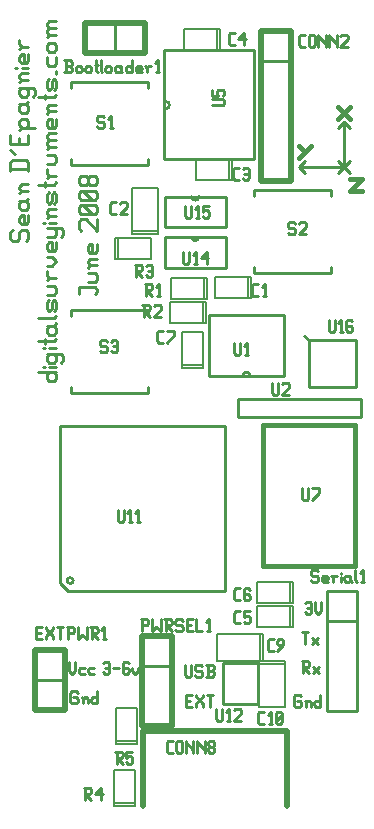
<source format=gbr>
G04 start of page 7 for group -4079 idx -4079
G04 Title: (unknown), topsilk *
G04 Creator: pcb 20080202 *
G04 CreationDate: Fri Jun  6 05:00:44 2008 UTC *
G04 For: sean *
G04 Format: Gerber/RS-274X *
G04 PCB-Dimensions: 130000 290000 *
G04 PCB-Coordinate-Origin: lower left *
%MOIN*%
%FSLAX24Y24*%
%LNFRONTSILK*%
%ADD11C,0.0100*%
%ADD13C,0.0200*%
%ADD27C,0.0150*%
%ADD48C,0.0080*%
%ADD49C,0.0158*%
G54D27*X10500Y24200D02*X10300Y24400D01*
G54D11*Y23700D02*X10500Y23900D01*
X10300Y23700D02*X10500Y23500D01*
X11800Y23700D02*X10300D01*
G54D27*Y24000D02*X10700Y24400D01*
X11600Y25300D02*X12000Y25700D01*
X11600D02*X12000Y25300D01*
G54D11*X11800Y25200D02*X11600Y25000D01*
X11800Y25200D02*X12000Y25000D01*
G54D27*Y23300D02*X12400D01*
X12000Y22900D02*X12400D01*
Y23300D02*X12000Y22900D01*
G54D11*X11600Y23900D02*X12000Y23500D01*
X11600D02*X12000Y23900D01*
X11800Y23700D02*Y25200D01*
X2880Y6230D02*X2930Y6180D01*
X2730Y6230D02*X2880D01*
X2680Y6180D02*X2730Y6230D01*
X2680Y6180D02*Y5880D01*
X2730Y5830D01*
X2880D01*
X2930Y5880D01*
Y5980D02*Y5880D01*
X2880Y6030D02*X2930Y5980D01*
X2780Y6030D02*X2880D01*
X3100Y5980D02*Y5830D01*
Y5980D02*X3150Y6030D01*
X3200D01*
X3250Y5980D01*
Y5830D01*
X3050Y6030D02*X3100Y5980D01*
X3570Y6230D02*Y5830D01*
X3520D02*X3570Y5880D01*
X3420Y5830D02*X3520D01*
X3370Y5880D02*X3420Y5830D01*
X3370Y5980D02*Y5880D01*
Y5980D02*X3420Y6030D01*
X3520D01*
X3570Y5980D01*
X6510Y7110D02*Y6760D01*
X6560Y6710D01*
X6660D01*
X6710Y6760D01*
Y7110D02*Y6760D01*
X7030Y7110D02*X7080Y7060D01*
X6880Y7110D02*X7030D01*
X6830Y7060D02*X6880Y7110D01*
X6830Y7060D02*Y6960D01*
X6880Y6910D01*
X7030D01*
X7080Y6860D01*
Y6760D01*
X7030Y6710D02*X7080Y6760D01*
X6880Y6710D02*X7030D01*
X6830Y6760D02*X6880Y6710D01*
X7200D02*X7400D01*
X7450Y6760D01*
Y6860D02*Y6760D01*
X7400Y6910D02*X7450Y6860D01*
X7250Y6910D02*X7400D01*
X7250Y7110D02*Y6710D01*
X7200Y7110D02*X7400D01*
X7450Y7060D01*
Y6960D01*
X7400Y6910D02*X7450Y6960D01*
X6530Y5900D02*X6680D01*
X6530Y5700D02*X6730D01*
X6530Y6100D02*Y5700D01*
Y6100D02*X6730D01*
X6850D02*Y6050D01*
X7100Y5800D01*
Y5700D01*
X6850Y5800D02*Y5700D01*
Y5800D02*X7100Y6050D01*
Y6100D02*Y6050D01*
X7220Y6100D02*X7420D01*
X7320D02*Y5700D01*
X2640Y7210D02*Y6910D01*
X2740Y6810D01*
X2840Y6910D01*
Y7210D02*Y6910D01*
X3010Y7010D02*X3160D01*
X2960Y6960D02*X3010Y7010D01*
X2960Y6960D02*Y6860D01*
X3010Y6810D01*
X3160D01*
X3330Y7010D02*X3480D01*
X3280Y6960D02*X3330Y7010D01*
X3280Y6960D02*Y6860D01*
X3330Y6810D01*
X3480D01*
X3780Y7160D02*X3830Y7210D01*
X3930D01*
X3980Y7160D01*
Y6860D01*
X3930Y6810D02*X3980Y6860D01*
X3830Y6810D02*X3930D01*
X3780Y6860D02*X3830Y6810D01*
Y7010D02*X3980D01*
X4100D02*X4300D01*
X4570Y7210D02*X4620Y7160D01*
X4470Y7210D02*X4570D01*
X4420Y7160D02*X4470Y7210D01*
X4420Y7160D02*Y6860D01*
X4470Y6810D01*
X4570Y7010D02*X4620Y6960D01*
X4420Y7010D02*X4570D01*
X4470Y6810D02*X4570D01*
X4620Y6860D01*
Y6960D02*Y6860D01*
X4740Y7010D02*Y6910D01*
X4840Y6810D01*
X4940Y6910D01*
Y7010D02*Y6910D01*
X10320Y6110D02*X10370Y6060D01*
X10170Y6110D02*X10320D01*
X10120Y6060D02*X10170Y6110D01*
X10120Y6060D02*Y5760D01*
X10170Y5710D01*
X10320D01*
X10370Y5760D01*
Y5860D02*Y5760D01*
X10320Y5910D02*X10370Y5860D01*
X10220Y5910D02*X10320D01*
X10540Y5860D02*Y5710D01*
Y5860D02*X10590Y5910D01*
X10640D01*
X10690Y5860D01*
Y5710D01*
X10490Y5910D02*X10540Y5860D01*
X11010Y6110D02*Y5710D01*
X10960D02*X11010Y5760D01*
X10860Y5710D02*X10960D01*
X10810Y5760D02*X10860Y5710D01*
X10810Y5860D02*Y5760D01*
Y5860D02*X10860Y5910D01*
X10960D01*
X11010Y5860D01*
X680Y21530D02*X755Y21605D01*
X680Y21530D02*Y21305D01*
X755Y21230D02*X680Y21305D01*
X755Y21230D02*X905D01*
X980Y21305D01*
Y21530D02*Y21305D01*
Y21530D02*X1055Y21605D01*
X1205D01*
X1280Y21530D02*X1205Y21605D01*
X1280Y21530D02*Y21305D01*
X1205Y21230D02*X1280Y21305D01*
Y22085D02*Y21860D01*
X1205Y21785D02*X1280Y21860D01*
X1055Y21785D02*X1205D01*
X1055D02*X980Y21860D01*
Y22010D02*Y21860D01*
Y22010D02*X1055Y22085D01*
X1130D02*Y21785D01*
X1055Y22085D02*X1130D01*
X980Y22490D02*X1055Y22565D01*
X980Y22490D02*Y22340D01*
X1055Y22265D02*X980Y22340D01*
X1055Y22265D02*X1205D01*
X1280Y22340D01*
X980Y22565D02*X1205D01*
X1280Y22640D01*
Y22490D02*Y22340D01*
Y22490D02*X1205Y22565D01*
X1055Y22895D02*X1280D01*
X1055D02*X980Y22970D01*
Y23045D02*Y22970D01*
Y23045D02*X1055Y23120D01*
X1280D01*
X980Y22820D02*X1055Y22895D01*
X680Y23645D02*X1280D01*
X680Y23870D02*X755Y23945D01*
X1205D01*
X1280Y23870D02*X1205Y23945D01*
X1280Y23870D02*Y23570D01*
X680Y23870D02*Y23570D01*
X830Y24125D02*X680Y24275D01*
X980Y24680D02*Y24455D01*
X1280Y24755D02*Y24455D01*
X680D02*X1280D01*
X680Y24755D02*Y24455D01*
X1055Y25011D02*X1505D01*
X980Y24936D02*X1055Y25011D01*
X980Y25086D01*
Y25236D02*Y25086D01*
Y25236D02*X1055Y25311D01*
X1205D01*
X1280Y25236D02*X1205Y25311D01*
X1280Y25236D02*Y25086D01*
X1205Y25011D02*X1280Y25086D01*
X980Y25716D02*X1055Y25791D01*
X980Y25716D02*Y25566D01*
X1055Y25491D02*X980Y25566D01*
X1055Y25491D02*X1205D01*
X1280Y25566D01*
X980Y25791D02*X1205D01*
X1280Y25866D01*
Y25716D02*Y25566D01*
Y25716D02*X1205Y25791D01*
X980Y26271D02*X1055Y26346D01*
X980Y26271D02*Y26121D01*
X1055Y26046D02*X980Y26121D01*
X1055Y26046D02*X1205D01*
X1280Y26121D01*
Y26271D02*Y26121D01*
Y26271D02*X1205Y26346D01*
X1430Y26046D02*X1505Y26121D01*
Y26271D02*Y26121D01*
Y26271D02*X1430Y26346D01*
X980D02*X1430D01*
X1055Y26601D02*X1280D01*
X1055D02*X980Y26676D01*
Y26751D02*Y26676D01*
Y26751D02*X1055Y26826D01*
X1280D01*
X980Y26526D02*X1055Y26601D01*
X830Y27006D02*X905D01*
X1055D02*X1280D01*
Y27456D02*Y27231D01*
X1205Y27156D02*X1280Y27231D01*
X1055Y27156D02*X1205D01*
X1055D02*X980Y27231D01*
Y27381D02*Y27231D01*
Y27381D02*X1055Y27456D01*
X1130D02*Y27156D01*
X1055Y27456D02*X1130D01*
X1055Y27711D02*X1280D01*
X1055D02*X980Y27786D01*
Y27936D02*Y27786D01*
Y27636D02*X1055Y27711D01*
X2960Y19685D02*Y19460D01*
Y19685D02*X3485D01*
X3560Y19610D02*X3485Y19685D01*
X3560Y19610D02*Y19535D01*
X3485Y19460D02*X3560Y19535D01*
X3260Y19865D02*X3485D01*
X3560Y19940D01*
Y20090D02*Y19940D01*
Y20090D02*X3485Y20165D01*
X3260D02*X3485D01*
X3335Y20420D02*X3560D01*
X3335D02*X3260Y20495D01*
Y20570D02*Y20495D01*
Y20570D02*X3335Y20645D01*
X3560D01*
X3260Y20345D02*X3335Y20420D01*
X3560Y21125D02*Y20900D01*
X3485Y20825D02*X3560Y20900D01*
X3335Y20825D02*X3485D01*
X3335D02*X3260Y20900D01*
Y21050D02*Y20900D01*
Y21050D02*X3335Y21125D01*
X3410D02*Y20825D01*
X3335Y21125D02*X3410D01*
X3035Y21575D02*X2960Y21650D01*
Y21875D02*Y21650D01*
Y21875D02*X3035Y21950D01*
X3185D01*
X3560Y21575D02*X3185Y21950D01*
X3560D02*Y21575D01*
X3485Y22130D02*X3560Y22205D01*
X3035Y22130D02*X3485D01*
X3035D02*X2960Y22205D01*
Y22355D02*Y22205D01*
Y22355D02*X3035Y22430D01*
X3485D01*
X3560Y22355D02*X3485Y22430D01*
X3560Y22355D02*Y22205D01*
X3410Y22130D02*X3110Y22430D01*
X3485Y22610D02*X3560Y22685D01*
X3035Y22610D02*X3485D01*
X3035D02*X2960Y22685D01*
Y22835D02*Y22685D01*
Y22835D02*X3035Y22910D01*
X3485D01*
X3560Y22835D02*X3485Y22910D01*
X3560Y22835D02*Y22685D01*
X3410Y22610D02*X3110Y22910D01*
X3485Y23091D02*X3560Y23166D01*
X3335Y23091D02*X3485D01*
X3335D02*X3260Y23166D01*
Y23316D02*Y23166D01*
Y23316D02*X3335Y23391D01*
X3485D01*
X3560Y23316D02*X3485Y23391D01*
X3560Y23316D02*Y23166D01*
X3185Y23091D02*X3260Y23166D01*
X3035Y23091D02*X3185D01*
X3035D02*X2960Y23166D01*
Y23316D02*Y23166D01*
Y23316D02*X3035Y23391D01*
X3185D01*
X3260Y23316D02*X3185Y23391D01*
X10410Y8210D02*X10610D01*
X10510D02*Y7810D01*
X10730Y8010D02*X10930Y7810D01*
X10730D02*X10930Y8010D01*
X10500Y9150D02*X10550Y9200D01*
X10650D01*
X10700Y9150D01*
Y8850D01*
X10650Y8800D02*X10700Y8850D01*
X10550Y8800D02*X10650D01*
X10500Y8850D02*X10550Y8800D01*
Y9000D02*X10700D01*
X10820Y9200D02*Y8900D01*
X10920Y8800D01*
X11020Y8900D01*
Y9200D02*Y8900D01*
X1600Y16850D02*X2200D01*
Y16775D02*X2125Y16850D01*
X2200Y16775D02*Y16625D01*
X2125Y16550D02*X2200Y16625D01*
X1975Y16550D02*X2125D01*
X1975D02*X1900Y16625D01*
Y16775D02*Y16625D01*
Y16775D02*X1975Y16850D01*
X1750Y17030D02*X1825D01*
X1975D02*X2200D01*
X1900Y17405D02*X1975Y17480D01*
X1900Y17405D02*Y17255D01*
X1975Y17180D02*X1900Y17255D01*
X1975Y17180D02*X2125D01*
X2200Y17255D01*
Y17405D02*Y17255D01*
Y17405D02*X2125Y17480D01*
X2350Y17180D02*X2425Y17255D01*
Y17405D02*Y17255D01*
Y17405D02*X2350Y17480D01*
X1900D02*X2350D01*
X1750Y17660D02*X1825D01*
X1975D02*X2200D01*
X1600Y17885D02*X2125D01*
X2200Y17960D01*
X1825D02*Y17810D01*
X1900Y18335D02*X1975Y18410D01*
X1900Y18335D02*Y18185D01*
X1975Y18110D02*X1900Y18185D01*
X1975Y18110D02*X2125D01*
X2200Y18185D01*
X1900Y18410D02*X2125D01*
X2200Y18485D01*
Y18335D02*Y18185D01*
Y18335D02*X2125Y18410D01*
X1600Y18665D02*X2125D01*
X2200Y18740D01*
Y19191D02*Y18966D01*
Y19191D02*X2125Y19266D01*
X2050Y19191D02*X2125Y19266D01*
X2050Y19191D02*Y18966D01*
X1975Y18891D02*X2050Y18966D01*
X1975Y18891D02*X1900Y18966D01*
Y19191D02*Y18966D01*
Y19191D02*X1975Y19266D01*
X2125Y18891D02*X2200Y18966D01*
X1900Y19446D02*X2125D01*
X2200Y19521D01*
Y19671D02*Y19521D01*
Y19671D02*X2125Y19746D01*
X1900D02*X2125D01*
X1975Y20001D02*X2200D01*
X1975D02*X1900Y20076D01*
Y20226D02*Y20076D01*
Y19926D02*X1975Y20001D01*
X1900Y20406D02*X2050D01*
X2200Y20556D01*
X2050Y20706D01*
X1900D02*X2050D01*
X2200Y21186D02*Y20961D01*
X2125Y20886D02*X2200Y20961D01*
X1975Y20886D02*X2125D01*
X1975D02*X1900Y20961D01*
Y21111D02*Y20961D01*
Y21111D02*X1975Y21186D01*
X2050D02*Y20886D01*
X1975Y21186D02*X2050D01*
X1900Y21366D02*X2125D01*
X2200Y21441D01*
X1900Y21666D02*X2350D01*
X2425Y21591D02*X2350Y21666D01*
X2425Y21591D02*Y21441D01*
X2350Y21366D02*X2425Y21441D01*
X2200Y21591D02*Y21441D01*
Y21591D02*X2125Y21666D01*
X1750Y21846D02*X1825D01*
X1975D02*X2200D01*
X1975Y22072D02*X2200D01*
X1975D02*X1900Y22147D01*
Y22222D02*Y22147D01*
Y22222D02*X1975Y22297D01*
X2200D01*
X1900Y21997D02*X1975Y22072D01*
X2200Y22777D02*Y22552D01*
Y22777D02*X2125Y22852D01*
X2050Y22777D02*X2125Y22852D01*
X2050Y22777D02*Y22552D01*
X1975Y22477D02*X2050Y22552D01*
X1975Y22477D02*X1900Y22552D01*
Y22777D02*Y22552D01*
Y22777D02*X1975Y22852D01*
X2125Y22477D02*X2200Y22552D01*
X1600Y23107D02*X2125D01*
X2200Y23182D01*
X1825D02*Y23032D01*
X1975Y23407D02*X2200D01*
X1975D02*X1900Y23482D01*
Y23632D02*Y23482D01*
Y23332D02*X1975Y23407D01*
X1900Y23812D02*X2125D01*
X2200Y23887D01*
Y24037D02*Y23887D01*
Y24037D02*X2125Y24112D01*
X1900D02*X2125D01*
X1975Y24367D02*X2200D01*
X1975D02*X1900Y24442D01*
Y24517D02*Y24442D01*
Y24517D02*X1975Y24592D01*
X2200D01*
X1975D02*X1900Y24667D01*
Y24742D02*Y24667D01*
Y24742D02*X1975Y24817D01*
X2200D01*
X1900Y24292D02*X1975Y24367D01*
X2200Y25298D02*Y25073D01*
X2125Y24998D02*X2200Y25073D01*
X1975Y24998D02*X2125D01*
X1975D02*X1900Y25073D01*
Y25223D02*Y25073D01*
Y25223D02*X1975Y25298D01*
X2050D02*Y24998D01*
X1975Y25298D02*X2050D01*
X1975Y25553D02*X2200D01*
X1975D02*X1900Y25628D01*
Y25703D02*Y25628D01*
Y25703D02*X1975Y25778D01*
X2200D01*
X1900Y25478D02*X1975Y25553D01*
X1600Y26033D02*X2125D01*
X2200Y26108D01*
X1825D02*Y25958D01*
X2200Y26558D02*Y26333D01*
Y26558D02*X2125Y26633D01*
X2050Y26558D02*X2125Y26633D01*
X2050Y26558D02*Y26333D01*
X1975Y26258D02*X2050Y26333D01*
X1975Y26258D02*X1900Y26333D01*
Y26558D02*Y26333D01*
Y26558D02*X1975Y26633D01*
X2125Y26258D02*X2200Y26333D01*
Y26888D02*Y26813D01*
X1900Y27368D02*Y27143D01*
X1975Y27068D02*X1900Y27143D01*
X1975Y27068D02*X2125D01*
X2200Y27143D01*
Y27368D02*Y27143D01*
X1975Y27548D02*X2125D01*
X1975D02*X1900Y27623D01*
Y27773D02*Y27623D01*
Y27773D02*X1975Y27848D01*
X2125D01*
X2200Y27773D02*X2125Y27848D01*
X2200Y27773D02*Y27623D01*
X2125Y27548D02*X2200Y27623D01*
X1975Y28104D02*X2200D01*
X1975D02*X1900Y28179D01*
Y28254D02*Y28179D01*
Y28254D02*X1975Y28329D01*
X2200D01*
X1975D02*X1900Y28404D01*
Y28479D02*Y28404D01*
Y28479D02*X1975Y28554D01*
X2200D01*
X1900Y28029D02*X1975Y28104D01*
X10390Y7230D02*X10590D01*
X10640Y7180D01*
Y7080D01*
X10590Y7030D02*X10640Y7080D01*
X10440Y7030D02*X10590D01*
X10440Y7230D02*Y6830D01*
Y7030D02*X10640Y6830D01*
X10760Y7030D02*X10960Y6830D01*
X10760D02*X10960Y7030D01*
G54D48*X10000Y9850D02*Y9150D01*
X8900D02*X10100D01*
X8900Y9850D02*Y9150D01*
Y9850D02*X10100D01*
Y9150D01*
G54D11*X11230Y9580D02*Y5580D01*
X12230D01*
Y9580D01*
X11230D01*
Y8580D02*X12230D01*
Y9580D01*
G54D48*X10000Y9050D02*Y8350D01*
X8900D02*X10100D01*
X8900Y9050D02*Y8350D01*
Y9050D02*X10100D01*
Y8350D01*
X8950Y7240D02*X9830D01*
X8950D02*Y5700D01*
X9830D01*
Y7240D02*Y5700D01*
X8950Y7140D02*X9830D01*
G54D13*X1490Y7610D02*Y5610D01*
X2490D01*
Y7610D01*
X1490D01*
G54D11*Y6610D02*X2490D01*
Y7610D01*
G54D48*X4120Y2510D02*X4820D01*
X4120Y3610D02*Y2410D01*
Y3610D02*X4820D01*
Y2410D01*
X4120D02*X4820D01*
X4190Y4560D02*X4890D01*
X4190Y5660D02*Y4460D01*
Y5660D02*X4890D01*
Y4460D01*
X4190D02*X4890D01*
G54D13*X5060Y8050D02*Y5050D01*
X6060D01*
Y8050D01*
X5060D01*
G54D11*Y7050D02*X6060D01*
Y8050D01*
G54D13*X9910Y4890D02*Y2390D01*
X5110Y4890D02*Y2390D01*
Y4890D02*X9910D01*
G54D11*X7760Y7180D02*Y5790D01*
X8940D01*
Y7180D01*
X7760D01*
G54D48*X9090Y8120D02*Y7240D01*
X7550Y8120D02*X9090D01*
X7550D02*Y7240D01*
X9090D01*
X8990Y8120D02*Y7240D01*
X7570Y28300D02*Y27600D01*
X6470D02*X7670D01*
X6470Y28300D02*Y27600D01*
Y28300D02*X7670D01*
Y27600D01*
G54D11*X3150Y28510D02*X4150D01*
Y27510D01*
G54D13*X3150Y28510D02*Y27510D01*
Y28510D02*X5150D01*
Y27510D01*
X3150D02*X5150D01*
G54D11*X10030Y27240D02*Y28240D01*
X9030Y27240D02*X10030D01*
G54D13*Y28240D02*X9030D01*
X10030Y23240D02*Y28240D01*
X9030Y23240D02*X10030D01*
X9030Y28240D02*Y23240D01*
G54D11*X8810Y27590D02*Y23960D01*
X5810Y27590D02*Y23960D01*
X8810D01*
X5810Y27590D02*X8810D01*
X5850Y25630D02*G75*G03X5850Y25890I0J130D01*G01*
G54D48*X7970Y23950D02*Y23250D01*
X6870D02*X8070D01*
X6870Y23950D02*Y23250D01*
Y23950D02*X8070D01*
Y23250D01*
G54D11*X5820Y21360D02*X6960D01*
X6720D02*X7870D01*
Y20340D01*
X5820D02*X7870D01*
X5820Y21360D02*Y20340D01*
X6720Y21360D02*G75*G03X6960Y21360I120J0D01*G01*
X8810Y20356D02*Y20160D01*
X11369D02*Y20356D01*
X8810Y20160D02*X11369D01*
X8810Y22719D02*Y22916D01*
X11369D02*Y22719D01*
X8810Y22916D02*X11369D01*
X5820Y22710D02*X6960D01*
X6720D02*X7870D01*
Y21690D01*
X5820D02*X7870D01*
X5820Y22710D02*Y21690D01*
X6720Y22710D02*G75*G03X6960Y22710I120J0D01*G01*
G54D48*X4720Y21450D02*X5600D01*
Y22990D02*Y21450D01*
X4720Y22990D02*X5600D01*
X4720D02*Y21450D01*
Y21550D02*X5600D01*
X4270Y21330D02*Y20630D01*
X5370Y21330D02*X4170D01*
X5370Y20630D02*Y21330D01*
X4170Y20630D02*X5370D01*
X4170Y21330D02*Y20630D01*
G54D11*X2710Y23958D02*Y23762D01*
X5269D02*Y23958D01*
X2710Y23762D02*X5269D01*
X2710Y26321D02*Y26518D01*
X5269D02*Y26321D01*
X2710Y26518D02*X5269D01*
X12208Y17928D02*Y16351D01*
X10631Y17928D02*X12208D01*
X10631D02*Y16351D01*
X12208D01*
X10631Y17928D02*X10481Y18078D01*
G54D48*X8700Y20020D02*Y19320D01*
X7500Y20020D02*X8700D01*
X7500D02*Y19320D01*
X8700D01*
X8600Y20020D02*Y19320D01*
G54D11*X9800Y18780D02*Y16740D01*
X7300Y18780D02*X9800D01*
X7300D02*Y16740D01*
X8670D01*
X8430D02*X9800D01*
X8670D02*G75*G03X8430Y16740I-120J0D01*G01*
X8270Y15950D02*Y15350D01*
Y15950D02*X12370D01*
Y15350D01*
X8270D02*X12370D01*
G54D49*X9107Y15111D02*Y10387D01*
X12172Y15111D02*Y10387D01*
X9107D02*X12172D01*
X9107Y15111D02*X12172D01*
G54D11*X2600Y9560D02*X2320Y9840D01*
X2600Y9560D02*X7830D01*
Y15070D02*Y9560D01*
X2320Y15070D02*X7830D01*
X2320D02*Y9840D01*
X2670Y9810D02*G75*G03X2670Y9810I0J100D01*G01*
X2711Y16356D02*Y16160D01*
X5270D02*Y16356D01*
X2711Y16160D02*X5270D01*
X2711Y18719D02*Y18916D01*
X5270D02*Y18719D01*
X2711Y18916D02*X5270D01*
G54D48*X6400Y17100D02*X7100D01*
X6400Y18200D02*Y17000D01*
Y18200D02*X7100D01*
Y17000D01*
X6400D02*X7100D01*
X7090Y19210D02*Y18510D01*
X5990D02*X7190D01*
X5990Y19210D02*Y18510D01*
Y19210D02*X7190D01*
Y18510D01*
X7120Y20010D02*Y19310D01*
X6020D02*X7220D01*
X6020Y20010D02*Y19310D01*
Y20010D02*X7220D01*
Y19310D01*
G54D11*X8190Y9260D02*X8340D01*
X8140Y9310D02*X8190Y9260D01*
X8140Y9610D02*Y9310D01*
Y9610D02*X8190Y9660D01*
X8340D01*
X8610D02*X8660Y9610D01*
X8510Y9660D02*X8610D01*
X8460Y9610D02*X8510Y9660D01*
X8460Y9610D02*Y9310D01*
X8510Y9260D01*
X8610Y9460D02*X8660Y9410D01*
X8460Y9460D02*X8610D01*
X8510Y9260D02*X8610D01*
X8660Y9310D01*
Y9410D02*Y9310D01*
X10890Y10280D02*X10940Y10230D01*
X10740Y10280D02*X10890D01*
X10690Y10230D02*X10740Y10280D01*
X10690Y10230D02*Y10130D01*
X10740Y10080D01*
X10890D01*
X10940Y10030D01*
Y9930D01*
X10890Y9880D02*X10940Y9930D01*
X10740Y9880D02*X10890D01*
X10690Y9930D02*X10740Y9880D01*
X11110D02*X11260D01*
X11060Y9930D02*X11110Y9880D01*
X11060Y10030D02*Y9930D01*
Y10030D02*X11110Y10080D01*
X11210D01*
X11260Y10030D01*
X11060Y9980D02*X11260D01*
Y10030D02*Y9980D01*
X11430Y10030D02*Y9880D01*
Y10030D02*X11480Y10080D01*
X11580D01*
X11380D02*X11430Y10030D01*
X11700Y10180D02*Y10130D01*
Y10030D02*Y9880D01*
X11950Y10080D02*X12000Y10030D01*
X11850Y10080D02*X11950D01*
X11800Y10030D02*X11850Y10080D01*
X11800Y10030D02*Y9930D01*
X11850Y9880D01*
X12000Y10080D02*Y9930D01*
X12050Y9880D01*
X11850D02*X11950D01*
X12000Y9930D01*
X12170Y10280D02*Y9930D01*
X12220Y9880D01*
X12370D02*X12470D01*
X12420Y10280D02*Y9880D01*
X12320Y10180D02*X12420Y10280D01*
X8190Y8490D02*X8340D01*
X8140Y8540D02*X8190Y8490D01*
X8140Y8840D02*Y8540D01*
Y8840D02*X8190Y8890D01*
X8340D01*
X8460D02*X8660D01*
X8460D02*Y8690D01*
X8510Y8740D01*
X8610D01*
X8660Y8690D01*
Y8540D01*
X8610Y8490D02*X8660Y8540D01*
X8510Y8490D02*X8610D01*
X8460Y8540D02*X8510Y8490D01*
X5070Y8620D02*Y8220D01*
X5020Y8620D02*X5220D01*
X5270Y8570D01*
Y8470D01*
X5220Y8420D02*X5270Y8470D01*
X5070Y8420D02*X5220D01*
X5390Y8620D02*Y8220D01*
X5540Y8370D01*
X5690Y8220D01*
Y8620D02*Y8220D01*
X5810Y8620D02*X6010D01*
X6060Y8570D01*
Y8470D01*
X6010Y8420D02*X6060Y8470D01*
X5860Y8420D02*X6010D01*
X5860Y8620D02*Y8220D01*
Y8420D02*X6060Y8220D01*
X6380Y8620D02*X6430Y8570D01*
X6230Y8620D02*X6380D01*
X6180Y8570D02*X6230Y8620D01*
X6180Y8570D02*Y8470D01*
X6230Y8420D01*
X6380D01*
X6430Y8370D01*
Y8270D01*
X6380Y8220D02*X6430Y8270D01*
X6230Y8220D02*X6380D01*
X6180Y8270D02*X6230Y8220D01*
X6550Y8420D02*X6700D01*
X6550Y8220D02*X6750D01*
X6550Y8620D02*Y8220D01*
Y8620D02*X6750D01*
X6870D02*Y8220D01*
X7070D01*
X7240D02*X7340D01*
X7290Y8620D02*Y8220D01*
X7190Y8520D02*X7290Y8620D01*
X1540Y8150D02*X1690D01*
X1540Y7950D02*X1740D01*
X1540Y8350D02*Y7950D01*
Y8350D02*X1740D01*
X1860D02*Y8300D01*
X2110Y8050D01*
Y7950D01*
X1860Y8050D02*Y7950D01*
Y8050D02*X2110Y8300D01*
Y8350D02*Y8300D01*
X2230Y8350D02*X2430D01*
X2330D02*Y7950D01*
X2600Y8350D02*Y7950D01*
X2550Y8350D02*X2750D01*
X2800Y8300D01*
Y8200D01*
X2750Y8150D02*X2800Y8200D01*
X2600Y8150D02*X2750D01*
X2920Y8350D02*Y7950D01*
X3070Y8100D01*
X3220Y7950D01*
Y8350D02*Y7950D01*
X3340Y8350D02*X3540D01*
X3590Y8300D01*
Y8200D01*
X3540Y8150D02*X3590Y8200D01*
X3390Y8150D02*X3540D01*
X3390Y8350D02*Y7950D01*
Y8150D02*X3590Y7950D01*
X3760D02*X3860D01*
X3810Y8350D02*Y7950D01*
X3710Y8250D02*X3810Y8350D01*
X3130Y3000D02*X3330D01*
X3380Y2950D01*
Y2850D01*
X3330Y2800D02*X3380Y2850D01*
X3180Y2800D02*X3330D01*
X3180Y3000D02*Y2600D01*
Y2800D02*X3380Y2600D01*
X3500Y2800D02*X3700Y3000D01*
X3500Y2800D02*X3750D01*
X3700Y3000D02*Y2600D01*
X4170Y4210D02*X4370D01*
X4420Y4160D01*
Y4060D01*
X4370Y4010D02*X4420Y4060D01*
X4220Y4010D02*X4370D01*
X4220Y4210D02*Y3810D01*
Y4010D02*X4420Y3810D01*
X4540Y4210D02*X4740D01*
X4540D02*Y4010D01*
X4590Y4060D01*
X4690D01*
X4740Y4010D01*
Y3860D01*
X4690Y3810D02*X4740Y3860D01*
X4590Y3810D02*X4690D01*
X4540Y3860D02*X4590Y3810D01*
X5940Y4180D02*X6090D01*
X5890Y4230D02*X5940Y4180D01*
X5890Y4530D02*Y4230D01*
Y4530D02*X5940Y4580D01*
X6090D01*
X6210Y4530D02*Y4230D01*
Y4530D02*X6260Y4580D01*
X6360D01*
X6410Y4530D01*
Y4230D01*
X6360Y4180D02*X6410Y4230D01*
X6260Y4180D02*X6360D01*
X6210Y4230D02*X6260Y4180D01*
X6530Y4580D02*Y4180D01*
Y4580D02*Y4530D01*
X6780Y4280D01*
Y4580D02*Y4180D01*
X6900Y4580D02*Y4180D01*
Y4580D02*Y4530D01*
X7150Y4280D01*
Y4580D02*Y4180D01*
X7270Y4230D02*X7320Y4180D01*
X7270Y4330D02*Y4230D01*
Y4330D02*X7320Y4380D01*
X7420D01*
X7470Y4330D01*
Y4230D01*
X7420Y4180D02*X7470Y4230D01*
X7320Y4180D02*X7420D01*
X7270Y4430D02*X7320Y4380D01*
X7270Y4530D02*Y4430D01*
Y4530D02*X7320Y4580D01*
X7420D01*
X7470Y4530D01*
Y4430D01*
X7420Y4380D02*X7470Y4430D01*
X7540Y5640D02*Y5290D01*
X7590Y5240D01*
X7690D01*
X7740Y5290D01*
Y5640D02*Y5290D01*
X7910Y5240D02*X8010D01*
X7960Y5640D02*Y5240D01*
X7860Y5540D02*X7960Y5640D01*
X8130Y5590D02*X8180Y5640D01*
X8330D01*
X8380Y5590D01*
Y5490D01*
X8130Y5240D02*X8380Y5490D01*
X8130Y5240D02*X8380D01*
X9310Y7560D02*X9460D01*
X9260Y7610D02*X9310Y7560D01*
X9260Y7910D02*Y7610D01*
Y7910D02*X9310Y7960D01*
X9460D01*
X9580Y7560D02*X9780Y7760D01*
Y7910D02*Y7760D01*
X9730Y7960D02*X9780Y7910D01*
X9630Y7960D02*X9730D01*
X9580Y7910D02*X9630Y7960D01*
X9580Y7910D02*Y7810D01*
X9630Y7760D01*
X9780D01*
X8980Y5140D02*X9130D01*
X8930Y5190D02*X8980Y5140D01*
X8930Y5490D02*Y5190D01*
Y5490D02*X8980Y5540D01*
X9130D01*
X9300Y5140D02*X9400D01*
X9350Y5540D02*Y5140D01*
X9250Y5440D02*X9350Y5540D01*
X9520Y5190D02*X9570Y5140D01*
X9520Y5490D02*Y5190D01*
Y5490D02*X9570Y5540D01*
X9670D01*
X9720Y5490D01*
Y5190D01*
X9670Y5140D02*X9720Y5190D01*
X9570Y5140D02*X9670D01*
X9520Y5240D02*X9720Y5440D01*
X8000Y27770D02*X8150D01*
X7950Y27820D02*X8000Y27770D01*
X7950Y28120D02*Y27820D01*
Y28120D02*X8000Y28170D01*
X8150D01*
X8270Y27970D02*X8470Y28170D01*
X8270Y27970D02*X8520D01*
X8470Y28170D02*Y27770D01*
X10350Y27700D02*X10500D01*
X10300Y27750D02*X10350Y27700D01*
X10300Y28050D02*Y27750D01*
Y28050D02*X10350Y28100D01*
X10500D01*
X10620Y28050D02*Y27750D01*
Y28050D02*X10670Y28100D01*
X10770D01*
X10820Y28050D01*
Y27750D01*
X10770Y27700D02*X10820Y27750D01*
X10670Y27700D02*X10770D01*
X10620Y27750D02*X10670Y27700D01*
X10940Y28100D02*Y27700D01*
Y28100D02*Y28050D01*
X11190Y27800D01*
Y28100D02*Y27700D01*
X11310Y28100D02*Y27700D01*
Y28100D02*Y28050D01*
X11560Y27800D01*
Y28100D02*Y27700D01*
X11680Y28050D02*X11730Y28100D01*
X11880D01*
X11930Y28050D01*
Y27950D01*
X11680Y27700D02*X11930Y27950D01*
X11680Y27700D02*X11930D01*
X2480Y26850D02*X2680D01*
X2730Y26900D01*
Y27000D02*Y26900D01*
X2680Y27050D02*X2730Y27000D01*
X2530Y27050D02*X2680D01*
X2530Y27250D02*Y26850D01*
X2480Y27250D02*X2680D01*
X2730Y27200D01*
Y27100D01*
X2680Y27050D02*X2730Y27100D01*
X2850Y27000D02*Y26900D01*
Y27000D02*X2900Y27050D01*
X3000D01*
X3050Y27000D01*
Y26900D01*
X3000Y26850D02*X3050Y26900D01*
X2900Y26850D02*X3000D01*
X2850Y26900D02*X2900Y26850D01*
X3170Y27000D02*Y26900D01*
Y27000D02*X3220Y27050D01*
X3320D01*
X3370Y27000D01*
Y26900D01*
X3320Y26850D02*X3370Y26900D01*
X3220Y26850D02*X3320D01*
X3170Y26900D02*X3220Y26850D01*
X3540Y27250D02*Y26900D01*
X3590Y26850D01*
X3490Y27100D02*X3590D01*
X3690Y27250D02*Y26900D01*
X3740Y26850D01*
X3840Y27000D02*Y26900D01*
Y27000D02*X3890Y27050D01*
X3990D01*
X4040Y27000D01*
Y26900D01*
X3990Y26850D02*X4040Y26900D01*
X3890Y26850D02*X3990D01*
X3840Y26900D02*X3890Y26850D01*
X4310Y27050D02*X4360Y27000D01*
X4210Y27050D02*X4310D01*
X4160Y27000D02*X4210Y27050D01*
X4160Y27000D02*Y26900D01*
X4210Y26850D01*
X4360Y27050D02*Y26900D01*
X4410Y26850D01*
X4210D02*X4310D01*
X4360Y26900D01*
X4730Y27250D02*Y26850D01*
X4680D02*X4730Y26900D01*
X4580Y26850D02*X4680D01*
X4530Y26900D02*X4580Y26850D01*
X4530Y27000D02*Y26900D01*
Y27000D02*X4580Y27050D01*
X4680D01*
X4730Y27000D01*
X4900Y26850D02*X5050D01*
X4850Y26900D02*X4900Y26850D01*
X4850Y27000D02*Y26900D01*
Y27000D02*X4900Y27050D01*
X5000D01*
X5050Y27000D01*
X4850Y26950D02*X5050D01*
Y27000D02*Y26950D01*
X5220Y27000D02*Y26850D01*
Y27000D02*X5270Y27050D01*
X5370D01*
X5170D02*X5220Y27000D01*
X5541Y26850D02*X5641D01*
X5591Y27250D02*Y26850D01*
X5491Y27150D02*X5591Y27250D01*
X6430Y20870D02*Y20520D01*
X6480Y20470D01*
X6580D01*
X6630Y20520D01*
Y20870D02*Y20520D01*
X6800Y20470D02*X6900D01*
X6850Y20870D02*Y20470D01*
X6750Y20770D02*X6850Y20870D01*
X7020Y20670D02*X7220Y20870D01*
X7020Y20670D02*X7270D01*
X7220Y20870D02*Y20470D01*
X4060Y22130D02*X4210D01*
X4010Y22180D02*X4060Y22130D01*
X4010Y22480D02*Y22180D01*
Y22480D02*X4060Y22530D01*
X4210D01*
X4330Y22480D02*X4380Y22530D01*
X4530D01*
X4580Y22480D01*
Y22380D01*
X4330Y22130D02*X4580Y22380D01*
X4330Y22130D02*X4580D01*
X3763Y25404D02*X3813Y25354D01*
X3613Y25404D02*X3763D01*
X3563Y25354D02*X3613Y25404D01*
X3563Y25354D02*Y25254D01*
X3613Y25204D01*
X3763D01*
X3813Y25154D01*
Y25054D01*
X3763Y25004D02*X3813Y25054D01*
X3613Y25004D02*X3763D01*
X3563Y25054D02*X3613Y25004D01*
X3983D02*X4083D01*
X4033Y25404D02*Y25004D01*
X3933Y25304D02*X4033Y25404D01*
X7410Y25760D02*X7760D01*
X7810Y25810D01*
Y25910D02*Y25810D01*
Y25910D02*X7760Y25960D01*
X7410D02*X7760D01*
X7410Y26280D02*Y26080D01*
X7610D01*
X7560Y26130D01*
Y26230D02*Y26130D01*
Y26230D02*X7610Y26280D01*
X7760D01*
X7810Y26230D02*X7760Y26280D01*
X7810Y26230D02*Y26130D01*
X7760Y26080D02*X7810Y26130D01*
X8160Y23270D02*X8310D01*
X8110Y23320D02*X8160Y23270D01*
X8110Y23620D02*Y23320D01*
Y23620D02*X8160Y23670D01*
X8310D01*
X8430Y23620D02*X8480Y23670D01*
X8580D01*
X8630Y23620D01*
Y23320D01*
X8580Y23270D02*X8630Y23320D01*
X8480Y23270D02*X8580D01*
X8430Y23320D02*X8480Y23270D01*
Y23470D02*X8630D01*
X6500Y22400D02*Y22050D01*
X6550Y22000D01*
X6650D01*
X6700Y22050D01*
Y22400D02*Y22050D01*
X6870Y22000D02*X6970D01*
X6920Y22400D02*Y22000D01*
X6820Y22300D02*X6920Y22400D01*
X7090D02*X7290D01*
X7090D02*Y22200D01*
X7140Y22250D01*
X7240D01*
X7290Y22200D01*
Y22050D01*
X7240Y22000D02*X7290Y22050D01*
X7140Y22000D02*X7240D01*
X7090Y22050D02*X7140Y22000D01*
X8780Y19390D02*X8930D01*
X8730Y19440D02*X8780Y19390D01*
X8730Y19740D02*Y19440D01*
Y19740D02*X8780Y19790D01*
X8930D01*
X9100Y19390D02*X9200D01*
X9150Y19790D02*Y19390D01*
X9050Y19690D02*X9150Y19790D01*
X9400Y16500D02*Y16150D01*
X9450Y16100D01*
X9550D01*
X9600Y16150D01*
Y16500D02*Y16150D01*
X9720Y16450D02*X9770Y16500D01*
X9920D01*
X9970Y16450D01*
Y16350D01*
X9720Y16100D02*X9970Y16350D01*
X9720Y16100D02*X9970D01*
X10400Y12990D02*Y12640D01*
X10450Y12590D01*
X10550D01*
X10600Y12640D01*
Y12990D02*Y12640D01*
X10720Y12590D02*X10970Y12840D01*
Y12990D02*Y12840D01*
X10720Y12990D02*X10970D01*
X11290Y18600D02*Y18250D01*
X11340Y18200D01*
X11440D01*
X11490Y18250D01*
Y18600D02*Y18250D01*
X11660Y18200D02*X11760D01*
X11710Y18600D02*Y18200D01*
X11610Y18500D02*X11710Y18600D01*
X12030D02*X12080Y18550D01*
X11930Y18600D02*X12030D01*
X11880Y18550D02*X11930Y18600D01*
X11880Y18550D02*Y18250D01*
X11930Y18200D01*
X12030Y18400D02*X12080Y18350D01*
X11880Y18400D02*X12030D01*
X11930Y18200D02*X12030D01*
X12080Y18250D01*
Y18350D02*Y18250D01*
X8140Y17840D02*Y17490D01*
X8190Y17440D01*
X8290D01*
X8340Y17490D01*
Y17840D02*Y17490D01*
X8510Y17440D02*X8610D01*
X8560Y17840D02*Y17440D01*
X8460Y17740D02*X8560Y17840D01*
X5623Y17842D02*X5773D01*
X5573Y17892D02*X5623Y17842D01*
X5573Y18192D02*Y17892D01*
Y18192D02*X5623Y18242D01*
X5773D01*
X5893Y17842D02*X6143Y18092D01*
Y18242D02*Y18092D01*
X5893Y18242D02*X6143D01*
X10126Y21849D02*X10176Y21799D01*
X9976Y21849D02*X10126D01*
X9926Y21799D02*X9976Y21849D01*
X9926Y21799D02*Y21699D01*
X9976Y21649D01*
X10126D01*
X10176Y21599D01*
Y21499D01*
X10126Y21449D02*X10176Y21499D01*
X9976Y21449D02*X10126D01*
X9926Y21499D02*X9976Y21449D01*
X10296Y21799D02*X10346Y21849D01*
X10496D01*
X10546Y21799D01*
Y21699D01*
X10296Y21449D02*X10546Y21699D01*
X10296Y21449D02*X10546D01*
X3865Y17927D02*X3915Y17877D01*
X3715Y17927D02*X3865D01*
X3665Y17877D02*X3715Y17927D01*
X3665Y17877D02*Y17777D01*
X3715Y17727D01*
X3865D01*
X3915Y17677D01*
Y17577D01*
X3865Y17527D02*X3915Y17577D01*
X3715Y17527D02*X3865D01*
X3665Y17577D02*X3715Y17527D01*
X4035Y17877D02*X4085Y17927D01*
X4185D01*
X4235Y17877D01*
Y17577D01*
X4185Y17527D02*X4235Y17577D01*
X4085Y17527D02*X4185D01*
X4035Y17577D02*X4085Y17527D01*
Y17727D02*X4235D01*
X5080Y19110D02*X5280D01*
X5330Y19060D01*
Y18960D01*
X5280Y18910D02*X5330Y18960D01*
X5130Y18910D02*X5280D01*
X5130Y19110D02*Y18710D01*
Y18910D02*X5330Y18710D01*
X5450Y19060D02*X5500Y19110D01*
X5650D01*
X5700Y19060D01*
Y18960D01*
X5450Y18710D02*X5700Y18960D01*
X5450Y18710D02*X5700D01*
X4250Y12280D02*Y11930D01*
X4300Y11880D01*
X4400D01*
X4450Y11930D01*
Y12280D02*Y11930D01*
X4620Y11880D02*X4720D01*
X4670Y12280D02*Y11880D01*
X4570Y12180D02*X4670Y12280D01*
X4890Y11880D02*X4990D01*
X4940Y12280D02*Y11880D01*
X4840Y12180D02*X4940Y12280D01*
X4830Y20440D02*X5030D01*
X5080Y20390D01*
Y20290D01*
X5030Y20240D02*X5080Y20290D01*
X4880Y20240D02*X5030D01*
X4880Y20440D02*Y20040D01*
Y20240D02*X5080Y20040D01*
X5200Y20390D02*X5250Y20440D01*
X5350D01*
X5400Y20390D01*
Y20090D01*
X5350Y20040D02*X5400Y20090D01*
X5250Y20040D02*X5350D01*
X5200Y20090D02*X5250Y20040D01*
Y20240D02*X5400D01*
X5160Y19800D02*X5360D01*
X5410Y19750D01*
Y19650D01*
X5360Y19600D02*X5410Y19650D01*
X5210Y19600D02*X5360D01*
X5210Y19800D02*Y19400D01*
Y19600D02*X5410Y19400D01*
X5580D02*X5680D01*
X5630Y19800D02*Y19400D01*
X5530Y19700D02*X5630Y19800D01*
M02*

</source>
